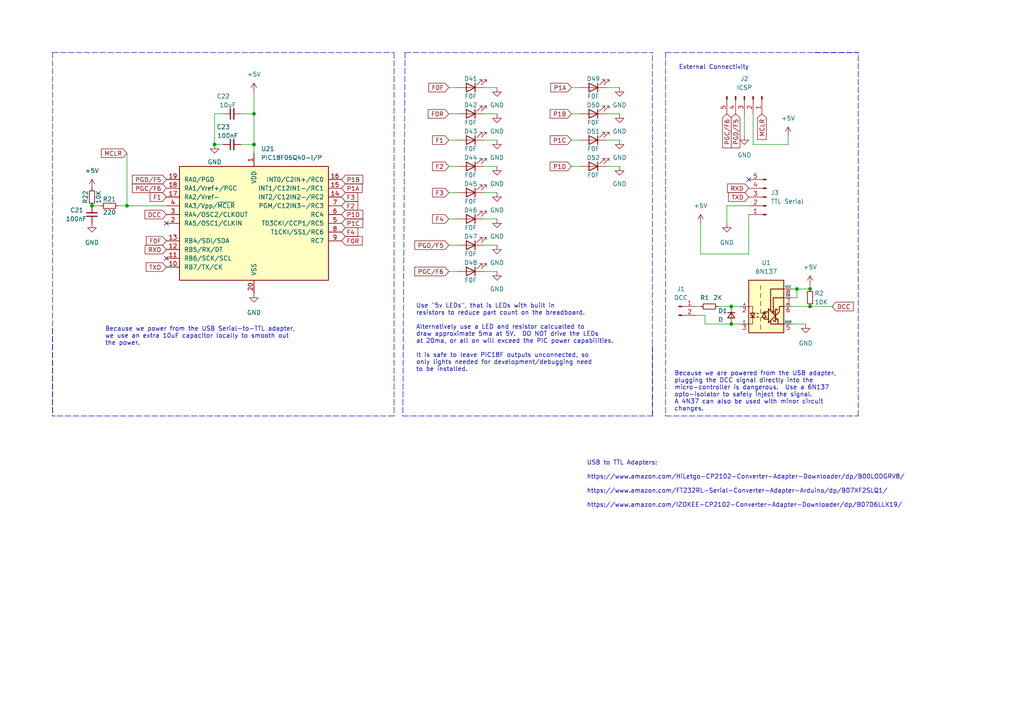
<source format=kicad_sch>
(kicad_sch (version 20211123) (generator eeschema)
  (paper "A4")
  (lib_symbols
    (symbol "Connector:Conn_01x02_Male" (pin_names (offset 1.016) hide)
      (property "Reference" "J" (at 0 2.54 0))
      (property "Value" "Conn_01x02_Male" (at 0 -5.08 0))
      (symbol "Conn_01x02_Male_1_1"
        (polyline (pts (xy 1.27 -2.54) (xy 0.8636 -2.54)) (stroke (width 0.1524)))
        (polyline (pts (xy 1.27 0) (xy 0.8636 0)) (stroke (width 0.1524)))
        (rectangle (start 0.8636 -2.413) (end 0 -2.667) (stroke (width 0.1524)) (fill (type outline)))
        (rectangle (start 0.8636 0.127) (end 0 -0.127) (stroke (width 0.1524)) (fill (type outline)))
        (pin passive line (at 5.08 0 180) (length 3.81) (name "Pin_1") (number "1"))
        (pin passive line (at 5.08 -2.54 180) (length 3.81) (name "Pin_2") (number "2"))
      )
    )
    (symbol "Connector:Conn_01x05_Male" (pin_names (offset 1.016) hide)
      (property "Reference" "J" (at 0 7.62 0))
      (property "Value" "Conn_01x05_Male" (at 0 -7.62 0))
      (symbol "Conn_01x05_Male_1_1"
        (polyline (pts (xy 1.27 -5.08) (xy 0.8636 -5.08)) (stroke (width 0.1524)))
        (polyline (pts (xy 1.27 -2.54) (xy 0.8636 -2.54)) (stroke (width 0.1524)))
        (polyline (pts (xy 1.27 0) (xy 0.8636 0)) (stroke (width 0.1524)))
        (polyline (pts (xy 1.27 2.54) (xy 0.8636 2.54)) (stroke (width 0.1524)))
        (polyline (pts (xy 1.27 5.08) (xy 0.8636 5.08)) (stroke (width 0.1524)))
        (rectangle (start 0.8636 -4.953) (end 0 -5.207) (stroke (width 0.1524)) (fill (type outline)))
        (rectangle (start 0.8636 -2.413) (end 0 -2.667) (stroke (width 0.1524)) (fill (type outline)))
        (rectangle (start 0.8636 0.127) (end 0 -0.127) (stroke (width 0.1524)) (fill (type outline)))
        (rectangle (start 0.8636 2.667) (end 0 2.413) (stroke (width 0.1524)) (fill (type outline)))
        (rectangle (start 0.8636 5.207) (end 0 4.953) (stroke (width 0.1524)) (fill (type outline)))
        (pin passive line (at 5.08 5.08 180) (length 3.81) (name "Pin_1") (number "1"))
        (pin passive line (at 5.08 2.54 180) (length 3.81) (name "Pin_2") (number "2"))
        (pin passive line (at 5.08 0 180) (length 3.81) (name "Pin_3") (number "3"))
        (pin passive line (at 5.08 -2.54 180) (length 3.81) (name "Pin_4") (number "4"))
        (pin passive line (at 5.08 -5.08 180) (length 3.81) (name "Pin_5") (number "5"))
      )
    )
    (symbol "DCC Project Symbols:PIC18F06Q40-x{slash}SS" (pin_names (offset 1.27))
      (property "Reference" "U" (at -20.32 17.78 0))
      (property "Value" "PIC18F06Q40-x{slash}SS" (at 24.13 -17.78 0))
      (symbol "PIC18F06Q40-x{slash}SS_0_1"
        (rectangle (start -21.59 16.51) (end 21.59 -16.51) (stroke (width 0.254)) (fill (type background)))
      )
      (symbol "PIC18F06Q40-x{slash}SS_1_1"
        (pin power_in line (at 0 20.32 270) (length 3.81) (name "VDD") (number "1"))
        (pin bidirectional line (at -25.4 -12.7 0) (length 3.81) (name "RB7/TX/CK") (number "10"))
        (pin bidirectional line (at -25.4 -10.16 0) (length 3.81) (name "RB6/SCK/SCL") (number "11"))
        (pin bidirectional line (at -25.4 -7.62 0) (length 3.81) (name "RB5/RX/DT") (number "12"))
        (pin bidirectional line (at -25.4 -5.08 0) (length 3.81) (name "RB4/SDI/SDA") (number "13"))
        (pin bidirectional line (at 25.4 7.62 180) (length 3.81) (name "INT2/C12IN2-/RC2") (number "14"))
        (pin bidirectional line (at 25.4 10.16 180) (length 3.81) (name "INT1/C12IN1-/RC1") (number "15"))
        (pin bidirectional line (at 25.4 12.7 180) (length 3.81) (name "INT0/C2IN+/RC0") (number "16"))
        (pin input line (at -25.4 7.62 0) (length 3.81) (name "RA2/Vref-") (number "17"))
        (pin bidirectional line (at -25.4 10.16 0) (length 3.81) (name "RA1/Vref+/PGC") (number "18"))
        (pin bidirectional line (at -25.4 12.7 0) (length 3.81) (name "RA0/PGD") (number "19"))
        (pin bidirectional line (at -25.4 0 0) (length 3.81) (name "RA5/OSC1/CLKIN") (number "2"))
        (pin power_in line (at 0 -20.32 90) (length 3.81) (name "VSS") (number "20"))
        (pin bidirectional line (at -25.4 2.54 0) (length 3.81) (name "RA4/OSC2/CLKOUT") (number "3"))
        (pin bidirectional line (at -25.4 5.08 0) (length 3.81) (name "RA3/Vpp/~{MCLR}") (number "4"))
        (pin bidirectional line (at 25.4 0 180) (length 3.81) (name "T03CKI/CCP1/RC5") (number "5"))
        (pin bidirectional line (at 25.4 2.54 180) (length 3.81) (name "RC4") (number "6"))
        (pin bidirectional line (at 25.4 5.08 180) (length 3.81) (name "PGM/C12IN3-/RC3") (number "7"))
        (pin bidirectional line (at 25.4 -2.54 180) (length 3.81) (name "T1CKI/SS1/RC6") (number "8"))
        (pin bidirectional line (at 25.4 -5.08 180) (length 3.81) (name "RC7") (number "9"))
      )
    )
    (symbol "Device:C_Small" (pin_numbers hide) (pin_names (offset 0.254) hide)
      (property "Reference" "C" (at 0.254 1.778 0))
      (property "Value" "C_Small" (at 0.254 -2.032 0))
      (symbol "C_Small_0_1"
        (polyline (pts (xy -1.524 -0.508) (xy 1.524 -0.508)) (stroke (width 0.3302)))
        (polyline (pts (xy -1.524 0.508) (xy 1.524 0.508)) (stroke (width 0.3048)))
      )
      (symbol "C_Small_1_1"
        (pin passive line (at 0 2.54 270) (length 2.032) (name "~") (number "1"))
        (pin passive line (at 0 -2.54 90) (length 2.032) (name "~") (number "2"))
      )
    )
    (symbol "Device:D_Small" (pin_numbers hide) (pin_names (offset 0.254) hide)
      (property "Reference" "D" (at -1.27 2.032 0))
      (property "Value" "D_Small" (at -3.81 -2.032 0))
      (symbol "D_Small_0_1"
        (polyline (pts (xy -0.762 -1.016) (xy -0.762 1.016)) (stroke (width 0.254)))
        (polyline (pts (xy -0.762 0) (xy 0.762 0)))
        (polyline (pts (xy 0.762 -1.016) (xy -0.762 0) (xy 0.762 1.016) (xy 0.762 -1.016)) (stroke (width 0.254)))
      )
      (symbol "D_Small_1_1"
        (pin passive line (at -2.54 0 0) (length 1.778) (name "K") (number "1"))
        (pin passive line (at 2.54 0 180) (length 1.778) (name "A") (number "2"))
      )
    )
    (symbol "Device:LED" (pin_numbers hide) (pin_names (offset 1.016) hide)
      (property "Reference" "D" (at 0 2.54 0))
      (property "Value" "LED" (at 0 -2.54 0))
      (symbol "LED_0_1"
        (polyline (pts (xy -1.27 -1.27) (xy -1.27 1.27)) (stroke (width 0.254)))
        (polyline (pts (xy -1.27 0) (xy 1.27 0)))
        (polyline (pts (xy 1.27 -1.27) (xy 1.27 1.27) (xy -1.27 0) (xy 1.27 -1.27)) (stroke (width 0.254)))
        (polyline (pts (xy -3.048 -0.762) (xy -4.572 -2.286) (xy -3.81 -2.286) (xy -4.572 -2.286) (xy -4.572 -1.524)))
        (polyline (pts (xy -1.778 -0.762) (xy -3.302 -2.286) (xy -2.54 -2.286) (xy -3.302 -2.286) (xy -3.302 -1.524)))
      )
      (symbol "LED_1_1"
        (pin passive line (at -3.81 0 0) (length 2.54) (name "K") (number "1"))
        (pin passive line (at 3.81 0 180) (length 2.54) (name "A") (number "2"))
      )
    )
    (symbol "Device:R_Small" (pin_numbers hide) (pin_names (offset 0.254) hide)
      (property "Reference" "R" (at 0.762 0.508 0))
      (property "Value" "R_Small" (at 0.762 -1.016 0))
      (symbol "R_Small_0_1"
        (rectangle (start -0.762 1.778) (end 0.762 -1.778) (stroke (width 0.2032)))
      )
      (symbol "R_Small_1_1"
        (pin passive line (at 0 2.54 270) (length 0.762) (name "~") (number "1"))
        (pin passive line (at 0 -2.54 90) (length 0.762) (name "~") (number "2"))
      )
    )
    (symbol "Isolator:6N137" (pin_names (offset 0))
      (property "Reference" "U" (at -4.064 8.89 0))
      (property "Value" "6N137" (at 0 -8.89 0))
      (symbol "6N137_0_1"
        (polyline (pts (xy 2.667 -3.556) (xy 2.667 -1.651)) (stroke (width 0.254)))
        (polyline (pts (xy 2.667 -2.159) (xy 2.667 -2.921)) (stroke (width 0.254)))
        (polyline (pts (xy 3.429 -3.937) (xy 3.429 -5.08)) (stroke (width 0.254)))
        (polyline (pts (xy -0.635 -3.302) (xy -0.635 -3.683) (xy 0.635 -3.683)) (stroke (width 0.254)))
        (polyline (pts (xy -0.635 -1.905) (xy -0.635 -1.524) (xy 0.508 -1.524)) (stroke (width 0.254)))
        (polyline (pts (xy 1.27 -4.064) (xy 1.27 -5.08) (xy 5.08 -5.08)) (stroke (width 0.254)))
        (polyline (pts (xy 1.27 -1.27) (xy 1.27 5.08) (xy 5.08 5.08)) (stroke (width 0.254)))
        (polyline (pts (xy 2.032 -1.27) (xy 2.032 2.54) (xy 5.08 2.54)) (stroke (width 0.254)))
        (polyline (pts (xy -5.08 -5.08) (xy -3.937 -5.08) (xy -3.937 0) (xy -5.08 0)))
        (polyline (pts (xy 2.667 -3.302) (xy 2.667 -4.318) (xy 2.159 -4.318) (xy 2.159 -3.937)) (stroke (width 0.254)))
        (polyline (pts (xy 2.667 -2.667) (xy 0.635 -4.699) (xy 0.635 -0.635) (xy 2.667 -2.667)) (stroke (width 0.254)))
        (polyline (pts (xy 2.667 -1.778) (xy 2.667 -0.762) (xy 3.175 -0.762) (xy 3.175 -1.143)) (stroke (width 0.254)))
        (polyline (pts (xy 2.794 -2.54) (xy 3.81 -1.524) (xy 3.81 0) (xy 5.08 0)) (stroke (width 0.254)))
        (polyline (pts (xy 2.667 -3.175) (xy 3.429 -3.937) (xy 3.302 -3.556) (xy 3.048 -3.81) (xy 3.429 -3.937)) (stroke (width 0.254)))
        (circle (center 2.032 -1.524) (radius 0.254) (stroke (width 0.254)))
      )
      (symbol "6N137_1_1"
        (rectangle (start -5.08 7.62) (end 5.08 -7.62) (stroke (width 0.254)) (fill (type background)))
        (polyline (pts (xy -4.572 -3.175) (xy -3.302 -3.175)) (stroke (width 0.254)))
        (polyline (pts (xy -1.651 -5.334) (xy -1.651 -6.604)))
        (polyline (pts (xy -1.651 -3.048) (xy -1.651 -4.318)))
        (polyline (pts (xy -1.651 -0.762) (xy -1.651 -2.032)))
        (polyline (pts (xy -1.651 1.524) (xy -1.651 0.254)))
        (polyline (pts (xy -1.651 3.81) (xy -1.651 2.54)))
        (polyline (pts (xy -1.651 6.096) (xy -1.651 4.826)))
        (polyline (pts (xy -1.27 -1.905) (xy 0 -1.905)) (stroke (width 0.254)))
        (polyline (pts (xy -3.937 -3.175) (xy -4.572 -1.905) (xy -3.302 -1.905) (xy -3.937 -3.175)) (stroke (width 0.254)))
        (polyline (pts (xy -0.635 -1.905) (xy -1.27 -3.175) (xy 0 -3.175) (xy -0.635 -1.905)) (stroke (width 0.254)))
        (polyline (pts (xy -2.921 -3.048) (xy -2.159 -3.048) (xy -2.54 -3.175) (xy -2.54 -2.921) (xy -2.159 -3.048)) (stroke (width 0.127)))
        (polyline (pts (xy -2.921 -2.032) (xy -2.159 -2.032) (xy -2.54 -2.159) (xy -2.54 -1.905) (xy -2.159 -2.032)) (stroke (width 0.127)))
        (pin no_connect line (at -5.08 5.08 0) (length 2.54) hide (name "NC") (number "1"))
        (pin passive line (at -7.62 0 0) (length 2.54) (name "A") (number "2"))
        (pin passive line (at -7.62 -5.08 0) (length 2.54) (name "C") (number "3"))
        (pin power_in line (at 7.62 -5.08 180) (length 2.54) (name "GND") (number "5"))
        (pin open_collector line (at 7.62 0 180) (length 2.54) (name "VO") (number "6"))
        (pin input line (at 7.62 2.54 180) (length 2.54) (name "EN") (number "7"))
        (pin power_in line (at 7.62 5.08 180) (length 2.54) (name "VCC") (number "8"))
      )
    )
    (symbol "power:+5V" (power) (pin_names (offset 0))
      (property "Value" "+5V" (at 0 3.556 0))
      (symbol "+5V_0_1"
        (polyline (pts (xy -0.762 1.27) (xy 0 2.54)))
        (polyline (pts (xy 0 0) (xy 0 2.54)))
        (polyline (pts (xy 0 2.54) (xy 0.762 1.27)))
      )
      (symbol "+5V_1_1"
        (pin power_in line (at 0 0 90) (length 0) hide (name "+5V") (number "1"))
      )
    )
    (symbol "power:GND" (power) (pin_names (offset 0))
      (property "Value" "GND" (at 0 -3.81 0))
      (symbol "GND_0_1"
        (polyline (pts (xy 0 0) (xy 0 -1.27) (xy 1.27 -1.27) (xy 0 -2.54) (xy -1.27 -1.27) (xy 0 -1.27)))
      )
      (symbol "GND_1_1"
        (pin power_in line (at 0 0 270) (length 0) hide (name "GND") (number "1"))
      )
    )
  )
  (junction (at 36.83 59.69))
  (junction (at 234.95 83.82))
  (junction (at 73.66 41.91))
  (junction (at 73.66 33.02))
  (junction (at 212.09 88.9))
  (junction (at 231.14 83.82))
  (junction (at 212.09 93.98))
  (junction (at 62.23 41.91))
  (junction (at 234.95 88.9))
  (junction (at 26.67 59.69))
  (no_connect (at 48.26 64.77))
  (no_connect (at 48.26 74.93))
  (no_connect (at 217.17 52.07))
  (wire (pts (xy 140.335 55.88) (xy 144.145 55.88)))
  (wire (pts (xy 165.735 48.26) (xy 168.275 48.26)))
  (wire (pts (xy 62.23 41.91) (xy 64.77 41.91)))
  (wire (pts (xy 175.895 40.64) (xy 179.705 40.64)))
  (wire (pts (xy 165.735 25.4) (xy 168.275 25.4)))
  (wire (pts (xy 217.17 73.66) (xy 203.2 73.66)))
  (wire (pts (xy 130.175 40.64) (xy 132.715 40.64)))
  (wire (pts (xy 130.175 48.26) (xy 132.715 48.26)))
  (wire (pts (xy 36.83 59.69) (xy 48.26 59.69)))
  (wire (pts (xy 204.47 93.98) (xy 204.47 91.44)))
  (wire (pts (xy 210.82 59.69) (xy 210.82 64.77)))
  (wire (pts (xy 140.335 48.26) (xy 144.145 48.26)))
  (wire (pts (xy 130.175 55.88) (xy 132.715 55.88)))
  (wire (pts (xy 140.335 40.64) (xy 144.145 40.64)))
  (wire (pts (xy 218.44 41.91) (xy 228.6 41.91)))
  (wire (pts (xy 203.2 64.77) (xy 203.2 73.66)))
  (polyline (pts (xy 193.04 15.24) (xy 248.92 15.24)))
  (wire (pts (xy 218.44 33.02) (xy 218.44 41.91)))
  (wire (pts (xy 73.66 33.02) (xy 73.66 41.91)))
  (wire (pts (xy 212.09 93.98) (xy 204.47 93.98)))
  (wire (pts (xy 212.09 88.9) (xy 214.63 88.9)))
  (polyline (pts (xy 248.92 120.65) (xy 248.92 15.24)))
  (wire (pts (xy 229.87 93.98) (xy 233.68 93.98)))
  (wire (pts (xy 231.14 83.82) (xy 234.95 83.82)))
  (polyline (pts (xy 193.04 15.24) (xy 193.04 120.65)))
  (wire (pts (xy 26.67 59.69) (xy 29.21 59.69)))
  (polyline (pts (xy 193.04 120.65) (xy 248.92 120.65)))
  (wire (pts (xy 140.335 78.74) (xy 144.145 78.74)))
  (wire (pts (xy 229.87 86.36) (xy 231.14 86.36)))
  (wire (pts (xy 73.66 33.02) (xy 69.85 33.02)))
  (wire (pts (xy 229.87 83.82) (xy 231.14 83.82)))
  (wire (pts (xy 175.895 33.02) (xy 179.705 33.02)))
  (polyline (pts (xy 117.475 15.24) (xy 116.84 120.65)))
  (polyline (pts (xy 117.475 15.24) (xy 189.23 15.24)))
  (wire (pts (xy 204.47 91.44) (xy 201.93 91.44)))
  (wire (pts (xy 217.17 59.69) (xy 210.82 59.69)))
  (wire (pts (xy 140.335 71.12) (xy 144.145 71.12)))
  (polyline (pts (xy 15.24 95.25) (xy 15.24 120.65)))
  (wire (pts (xy 73.66 41.91) (xy 73.66 44.45)))
  (wire (pts (xy 229.87 88.9) (xy 234.95 88.9)))
  (wire (pts (xy 130.175 33.02) (xy 132.715 33.02)))
  (wire (pts (xy 165.735 33.02) (xy 168.275 33.02)))
  (wire (pts (xy 69.85 41.91) (xy 73.66 41.91)))
  (wire (pts (xy 34.29 59.69) (xy 36.83 59.69)))
  (wire (pts (xy 140.335 33.02) (xy 144.145 33.02)))
  (polyline (pts (xy 236.22 15.24) (xy 248.92 15.24)))
  (wire (pts (xy 62.23 33.02) (xy 62.23 41.91)))
  (wire (pts (xy 175.895 25.4) (xy 179.705 25.4)))
  (wire (pts (xy 130.175 25.4) (xy 132.715 25.4)))
  (wire (pts (xy 234.95 82.55) (xy 234.95 83.82)))
  (polyline (pts (xy 189.23 100.33) (xy 189.23 120.65)))
  (wire (pts (xy 234.95 88.9) (xy 241.3 88.9)))
  (wire (pts (xy 64.77 33.02) (xy 62.23 33.02)))
  (wire (pts (xy 231.14 86.36) (xy 231.14 83.82)))
  (polyline (pts (xy 116.84 120.65) (xy 189.865 120.65)))
  (wire (pts (xy 130.175 63.5) (xy 132.715 63.5)))
  (wire (pts (xy 208.28 88.9) (xy 212.09 88.9)))
  (wire (pts (xy 165.735 40.64) (xy 168.275 40.64)))
  (polyline (pts (xy 189.23 120.65) (xy 189.23 15.24)))
  (wire (pts (xy 140.335 25.4) (xy 144.145 25.4)))
  (wire (pts (xy 73.66 26.67) (xy 73.66 33.02)))
  (polyline (pts (xy 114.3 120.65) (xy 15.24 120.65)))
  (polyline (pts (xy 15.24 15.24) (xy 15.24 120.65)))
  (wire (pts (xy 175.895 48.26) (xy 179.705 48.26)))
  (wire (pts (xy 212.09 93.98) (xy 214.63 93.98)))
  (wire (pts (xy 140.335 63.5) (xy 144.145 63.5)))
  (wire (pts (xy 201.93 88.9) (xy 203.2 88.9)))
  (wire (pts (xy 215.9 33.02) (xy 215.9 39.37)))
  (wire (pts (xy 217.17 62.23) (xy 217.17 73.66)))
  (wire (pts (xy 130.175 78.74) (xy 132.715 78.74)))
  (wire (pts (xy 36.83 44.45) (xy 36.83 59.69)))
  (wire (pts (xy 228.6 41.91) (xy 228.6 39.37)))
  (polyline (pts (xy 15.24 15.24) (xy 114.3 15.24)))
  (wire (pts (xy 130.175 71.12) (xy 132.715 71.12)))
  (polyline (pts (xy 114.3 15.24) (xy 114.3 120.65)))
  (text "Because we power from the USB Serial-to-TTL adapter,\nwe use an extra 10uF capacitor locally to smooth out\nthe power." (at 30.48 100.33 0) (effects (font (size 1.27 1.27)) (justify left bottom)))
  (text "External Connectivity" (at 196.85 20.32 0) (effects (font (size 1.27 1.27)) (justify left bottom)))
  (text "Use \"5v LEDs\", that is LEDs with built in\nresistors to reduce part count on the breadboard.\n\nAlternatively use a LED and resistor calcualted to\ndraw approximate 5ma at 5V.  DO NOT drive the LEDs \nat 20ma, or all on will exceed the PIC power capabilities.\n\nIt is safe to leave PIC18F outputs unconnected, so\nonly lights needed for development/debugging need\nto be installed." (at 120.65 107.95 0) (effects (font (size 1.27 1.27)) (justify left bottom)))
  (text "Because we are powered from the USB adapter,\nplugging the DCC signal directly into the\nmicro-controller is dangerous.  Use a 6N137\nopto-isolator to safely inject the signal.\nA 4N37 can also be used with minor circuit\nchanges." (at 195.58 119.38 0) (effects (font (size 1.27 1.27)) (justify left bottom)))
  (text "USB to TTL Adapters:\n\nhttps://www.amazon.com/HiLetgo-CP2102-Converter-Adapter-Downloader/dp/B00LODGRV8/\n\nhttps://www.amazon.com/FT232RL-Serial-Converter-Adapter-Arduino/dp/B07XF2SLQ1/\n\nhttps://www.amazon.com/IZOKEE-CP2102-Converter-Adapter-Downloader/dp/B07D6LLX19/" (at 170.18 147.32 0) (effects (font (size 1.27 1.27)) (justify left bottom)))
  (global_label "F2" (shape input) (at 130.175 48.26 180) (property "Intersheet References" "${INTERSHEET_REFS}" (effects hide)))
  (global_label "PGD{slash}F5" (shape input) (at 48.26 52.07 180) (property "Intersheet References" "${INTERSHEET_REFS}" (effects hide)))
  (global_label "P1A" (shape input) (at 99.06 54.61 0) (property "Intersheet References" "${INTERSHEET_REFS}" (effects hide)))
  (global_label "MCLR" (shape input) (at 36.83 44.45 180) (property "Intersheet References" "${INTERSHEET_REFS}" (effects hide)))
  (global_label "MCLR" (shape input) (at 220.98 33.02 270) (property "Intersheet References" "${INTERSHEET_REFS}" (effects hide)))
  (global_label "DCC" (shape input) (at 241.3 88.9 0) (property "Intersheet References" "${INTERSHEET_REFS}" (effects hide)))
  (global_label "P1C" (shape input) (at 165.735 40.64 180) (property "Intersheet References" "${INTERSHEET_REFS}" (effects hide)))
  (global_label "P1B" (shape input) (at 99.06 52.07 0) (property "Intersheet References" "${INTERSHEET_REFS}" (effects hide)))
  (global_label "F1" (shape input) (at 130.175 40.64 180) (property "Intersheet References" "${INTERSHEET_REFS}" (effects hide)))
  (global_label "F4" (shape input) (at 130.175 63.5 180) (property "Intersheet References" "${INTERSHEET_REFS}" (effects hide)))
  (global_label "F0R" (shape input) (at 130.175 33.02 180) (property "Intersheet References" "${INTERSHEET_REFS}" (effects hide)))
  (global_label "P1D" (shape input) (at 99.06 62.23 0) (property "Intersheet References" "${INTERSHEET_REFS}" (effects hide)))
  (global_label "PGD{slash}F5" (shape input) (at 213.36 33.02 270) (property "Intersheet References" "${INTERSHEET_REFS}" (effects hide)))
  (global_label "RXD" (shape input) (at 48.26 72.39 180) (property "Intersheet References" "${INTERSHEET_REFS}" (effects hide)))
  (global_label "F0R" (shape input) (at 99.06 69.85 0) (property "Intersheet References" "${INTERSHEET_REFS}" (effects hide)))
  (global_label "TXD" (shape input) (at 217.17 57.15 180) (property "Intersheet References" "${INTERSHEET_REFS}" (effects hide)))
  (global_label "F0F" (shape input) (at 48.26 69.85 180) (property "Intersheet References" "${INTERSHEET_REFS}" (effects hide)))
  (global_label "F2" (shape input) (at 99.06 59.69 0) (property "Intersheet References" "${INTERSHEET_REFS}" (effects hide)))
  (global_label "PGC{slash}F6" (shape input) (at 130.175 78.74 180) (property "Intersheet References" "${INTERSHEET_REFS}" (effects hide)))
  (global_label "PGC{slash}F6" (shape input) (at 48.26 54.61 180) (property "Intersheet References" "${INTERSHEET_REFS}" (effects hide)))
  (global_label "F3" (shape input) (at 130.175 55.88 180) (property "Intersheet References" "${INTERSHEET_REFS}" (effects hide)))
  (global_label "PGD{slash}F5" (shape input) (at 130.175 71.12 180) (property "Intersheet References" "${INTERSHEET_REFS}" (effects hide)))
  (global_label "P1D" (shape input) (at 165.735 48.26 180) (property "Intersheet References" "${INTERSHEET_REFS}" (effects hide)))
  (global_label "RXD" (shape input) (at 217.17 54.61 180) (property "Intersheet References" "${INTERSHEET_REFS}" (effects hide)))
  (global_label "F4" (shape input) (at 99.06 67.31 0) (property "Intersheet References" "${INTERSHEET_REFS}" (effects hide)))
  (global_label "F0F" (shape input) (at 130.175 25.4 180) (property "Intersheet References" "${INTERSHEET_REFS}" (effects hide)))
  (global_label "P1C" (shape input) (at 99.06 64.77 0) (property "Intersheet References" "${INTERSHEET_REFS}" (effects hide)))
  (global_label "F1" (shape input) (at 48.26 57.15 180) (property "Intersheet References" "${INTERSHEET_REFS}" (effects hide)))
  (global_label "F3" (shape input) (at 99.06 57.15 0) (property "Intersheet References" "${INTERSHEET_REFS}" (effects hide)))
  (global_label "PGC{slash}F6" (shape input) (at 210.82 33.02 270) (property "Intersheet References" "${INTERSHEET_REFS}" (effects hide)))
  (global_label "P1A" (shape input) (at 165.735 25.4 180) (property "Intersheet References" "${INTERSHEET_REFS}" (effects hide)))
  (global_label "P1B" (shape input) (at 165.735 33.02 180) (property "Intersheet References" "${INTERSHEET_REFS}" (effects hide)))
  (global_label "DCC" (shape input) (at 48.26 62.23 180) (property "Intersheet References" "${INTERSHEET_REFS}" (effects hide)))
  (global_label "TXD" (shape input) (at 48.26 77.47 180) (property "Intersheet References" "${INTERSHEET_REFS}" (effects hide)))
  (symbol (lib_id "power:GND") (at 144.145 40.64 0) (unit 1)
    (property "Reference" "#PWR043" (effects hide))
    (property "Value" "GND" (at 144.145 45.72 0))
  )
  (symbol (lib_id "power:GND") (at 179.705 48.26 0) (unit 1)
    (property "Reference" "#PWR052" (effects hide))
    (property "Value" "GND" (at 179.705 53.34 0))
  )
  (symbol (lib_id "Device:C_Small") (at 26.67 62.23 180) (unit 1)
    (property "Reference" "C21" (at 20.32 60.96 0) (effects (justify right)))
    (property "Value" "100nF" (at 19.05 63.5 0) (effects (justify right)))
    (property "Footprint" "Capacitor_THT:C_Disc_D3.0mm_W1.6mm_P2.50mm" (effects hide))
    (property "Specification" "0402 50V 100nF X7R 10%" (effects hide))
  )
  (symbol (lib_id "Device:D_Small") (at 212.09 91.44 270) (unit 1)
    (property "Reference" "D1" (at 208.28 90.17 90) (effects (justify left)))
    (property "Value" "D" (at 208.28 92.71 90) (effects (justify left)))
    (property "Footprint" "Diode_THT:D_T-1_P5.08mm_Horizontal" (effects hide))
  )
  (symbol (lib_id "power:GND") (at 144.145 71.12 0) (unit 1)
    (property "Reference" "#PWR047" (effects hide))
    (property "Value" "GND" (at 144.145 76.2 0))
  )
  (symbol (lib_id "power:GND") (at 210.82 64.77 0) (unit 1)
    (property "Reference" "#PWR02" (effects hide))
    (property "Value" "GND" (at 210.82 70.358 0))
  )
  (symbol (lib_id "DCC Project Symbols:PIC18F06Q40-x{slash}SS") (at 73.66 64.77 0) (unit 1)
    (property "Reference" "U21" (at 75.6794 43.18 0) (effects (justify left)))
    (property "Value" "PIC18F06Q40-I/P" (at 75.6794 45.72 0) (effects (justify left)))
    (property "Footprint" "Package_DIP:DIP-20_W7.62mm" (effects hide))
    (property "Datasheet" "https://ww1.microchip.com/downloads/aemDocuments/documents/MCU08/ProductDocuments/DataSheets/PIC18F06-16Q40-Data-Sheet-40002216D.pdf" (effects hide))
  )
  (symbol (lib_id "power:GND") (at 73.66 85.09 0) (unit 1)
    (property "Reference" "#PWR026" (effects hide))
    (property "Value" "GND" (at 73.66 90.678 0))
  )
  (symbol (lib_id "power:GND") (at 215.9 39.37 0) (unit 1)
    (property "Reference" "#PWR03" (effects hide))
    (property "Value" "GND" (at 215.9 44.958 0))
  )
  (symbol (lib_id "power:GND") (at 62.23 41.91 0) (unit 1)
    (property "Reference" "#PWR024" (effects hide))
    (property "Value" "GND" (at 62.23 46.99 0))
  )
  (symbol (lib_id "Device:LED") (at 172.085 40.64 180) (unit 1)
    (property "Reference" "D51" (at 172.085 38.1 0))
    (property "Value" "F0F" (at 172.085 43.18 0))
    (property "Footprint" "LED_THT:LED_D3.0mm" (effects hide))
    (property "Datasheet" "https://datasheet.lcsc.com/lcsc/2106081833_baizou-BZ-C0805-C2-E1_C2833063.p df" (effects hide))
    (property "Specification" "0805, Bright White, 25ma, Vf 2.9v" (effects hide))
  )
  (symbol (lib_id "Device:LED") (at 172.085 33.02 180) (unit 1)
    (property "Reference" "D50" (at 172.085 30.48 0))
    (property "Value" "F0F" (at 172.085 35.56 0))
    (property "Footprint" "LED_THT:LED_D3.0mm" (effects hide))
    (property "Datasheet" "https://datasheet.lcsc.com/lcsc/2106081833_baizou-BZ-C0805-C2-E1_C2833063.p df" (effects hide))
    (property "Specification" "0805, Bright White, 25ma, Vf 2.9v" (effects hide))
  )
  (symbol (lib_id "power:+5V") (at 234.95 82.55 0) (unit 1)
    (property "Reference" "#PWR06" (effects hide))
    (property "Value" "+5V" (at 234.95 77.47 0))
  )
  (symbol (lib_id "Device:LED") (at 136.525 78.74 180) (unit 1)
    (property "Reference" "D48" (at 136.525 76.2 0))
    (property "Value" "F0F" (at 136.525 81.28 0))
    (property "Footprint" "LED_THT:LED_D3.0mm" (effects hide))
    (property "Datasheet" "https://datasheet.lcsc.com/lcsc/2106081833_baizou-BZ-C0805-C2-E1_C2833063.p df" (effects hide))
    (property "Specification" "0805, Bright White, 25ma, Vf 2.9v" (effects hide))
  )
  (symbol (lib_id "Device:LED") (at 136.525 40.64 180) (unit 1)
    (property "Reference" "D43" (at 136.525 38.1 0))
    (property "Value" "F0F" (at 136.525 43.18 0))
    (property "Footprint" "LED_THT:LED_D3.0mm" (effects hide))
    (property "Datasheet" "https://datasheet.lcsc.com/lcsc/2106081833_baizou-BZ-C0805-C2-E1_C2833063.p df" (effects hide))
    (property "Specification" "0805, Bright White, 25ma, Vf 2.9v" (effects hide))
  )
  (symbol (lib_id "Device:LED") (at 136.525 71.12 180) (unit 1)
    (property "Reference" "D47" (at 136.525 68.58 0))
    (property "Value" "F0F" (at 136.525 73.66 0))
    (property "Footprint" "LED_THT:LED_D3.0mm" (effects hide))
    (property "Datasheet" "https://datasheet.lcsc.com/lcsc/2106081833_baizou-BZ-C0805-C2-E1_C2833063.p df" (effects hide))
    (property "Specification" "0805, Bright White, 25ma, Vf 2.9v" (effects hide))
  )
  (symbol (lib_id "power:GND") (at 144.145 25.4 0) (unit 1)
    (property "Reference" "#PWR041" (effects hide))
    (property "Value" "GND" (at 144.145 30.48 0))
  )
  (symbol (lib_id "power:+5V") (at 228.6 39.37 0) (unit 1)
    (property "Reference" "#PWR04" (effects hide))
    (property "Value" "+5V" (at 228.6 34.29 0))
  )
  (symbol (lib_id "Device:LED") (at 172.085 25.4 180) (unit 1)
    (property "Reference" "D49" (at 172.085 22.86 0))
    (property "Value" "F0F" (at 172.085 27.94 0))
    (property "Footprint" "LED_THT:LED_D3.0mm" (effects hide))
    (property "Datasheet" "https://datasheet.lcsc.com/lcsc/2106081833_baizou-BZ-C0805-C2-E1_C2833063.p df" (effects hide))
    (property "Specification" "0805, Bright White, 25ma, Vf 2.9v" (effects hide))
  )
  (symbol (lib_id "power:GND") (at 144.145 63.5 0) (unit 1)
    (property "Reference" "#PWR046" (effects hide))
    (property "Value" "GND" (at 144.145 68.58 0))
  )
  (symbol (lib_id "Device:LED") (at 136.525 25.4 180) (unit 1)
    (property "Reference" "D41" (at 136.525 22.86 0))
    (property "Value" "F0F" (at 136.525 27.94 0))
    (property "Footprint" "LED_THT:LED_D3.0mm" (effects hide))
    (property "Datasheet" "https://datasheet.lcsc.com/lcsc/2106081833_baizou-BZ-C0805-C2-E1_C2833063.p df" (effects hide))
    (property "Specification" "0805, Bright White, 25ma, Vf 2.9v" (effects hide))
  )
  (symbol (lib_id "power:GND") (at 179.705 33.02 0) (unit 1)
    (property "Reference" "#PWR050" (effects hide))
    (property "Value" "GND" (at 179.705 38.1 0))
  )
  (symbol (lib_id "power:GND") (at 144.145 78.74 0) (unit 1)
    (property "Reference" "#PWR048" (effects hide))
    (property "Value" "GND" (at 144.145 83.82 0))
  )
  (symbol (lib_id "Connector:Conn_01x05_Male") (at 222.25 57.15 180) (unit 1)
    (property "Reference" "J3" (at 223.52 55.8799 0) (effects (justify right)))
    (property "Value" "TTL Serial" (at 223.52 58.4199 0) (effects (justify right)))
    (property "Footprint" "Connector_PinSocket_2.54mm:PinSocket_1x05_P2.54mm_Vertical" (effects hide))
    (property "Datasheet" "Generic Passive" (effects hide))
    (property "Specification" "5 position 2.54mm pin header" (effects hide))
  )
  (symbol (lib_id "Device:LED") (at 136.525 63.5 180) (unit 1)
    (property "Reference" "D46" (at 136.525 60.96 0))
    (property "Value" "F0F" (at 136.525 66.04 0))
    (property "Footprint" "LED_THT:LED_D3.0mm" (effects hide))
    (property "Datasheet" "https://datasheet.lcsc.com/lcsc/2106081833_baizou-BZ-C0805-C2-E1_C2833063.p df" (effects hide))
    (property "Specification" "0805, Bright White, 25ma, Vf 2.9v" (effects hide))
  )
  (symbol (lib_id "Device:LED") (at 136.525 55.88 180) (unit 1)
    (property "Reference" "D45" (at 136.525 53.34 0))
    (property "Value" "F0F" (at 136.525 58.42 0))
    (property "Footprint" "LED_THT:LED_D3.0mm" (effects hide))
    (property "Datasheet" "https://datasheet.lcsc.com/lcsc/2106081833_baizou-BZ-C0805-C2-E1_C2833063.p df" (effects hide))
    (property "Specification" "0805, Bright White, 25ma, Vf 2.9v" (effects hide))
  )
  (symbol (lib_id "Device:R_Small") (at 26.67 57.15 0) (mirror y) (unit 1)
    (property "Reference" "R22" (at 24.765 57.15 90))
    (property "Value" "10K" (at 28.575 57.15 90))
    (property "Footprint" "Resistor_SMD:R_0402_1005Metric" (effects hide))
    (property "Datasheet" "Generic Passive" (effects hide))
    (property "Specification" "0402 10K Ω 1% 1/8W" (effects hide))
  )
  (symbol (lib_id "power:GND") (at 233.68 93.98 0) (unit 1)
    (property "Reference" "#PWR05" (effects hide))
    (property "Value" "GND" (at 233.68 99.568 0))
  )
  (symbol (lib_id "power:GND") (at 144.145 33.02 0) (unit 1)
    (property "Reference" "#PWR042" (effects hide))
    (property "Value" "GND" (at 144.145 38.1 0))
  )
  (symbol (lib_id "Connector:Conn_01x02_Male") (at 196.85 88.9 0) (unit 1)
    (property "Reference" "J1" (at 197.485 83.82 0))
    (property "Value" "DCC" (at 197.485 86.36 0))
    (property "Footprint" "Connector_PinHeader_2.54mm:PinHeader_1x02_P2.54mm_Vertical" (effects hide))
  )
  (symbol (lib_id "power:GND") (at 26.67 64.77 0) (unit 1)
    (property "Reference" "#PWR023" (effects hide))
    (property "Value" "GND" (at 26.67 70.358 0))
  )
  (symbol (lib_id "Device:C_Small") (at 67.31 41.91 90) (unit 1)
    (property "Reference" "C23" (at 64.77 36.83 90))
    (property "Value" "100nF" (at 66.04 39.37 90))
    (property "Footprint" "Capacitor_THT:C_Disc_D3.0mm_W1.6mm_P2.50mm" (effects hide))
    (property "Specification" "0402 50V 100nF X7R 10%" (effects hide))
  )
  (symbol (lib_id "Device:LED") (at 172.085 48.26 180) (unit 1)
    (property "Reference" "D52" (at 172.085 45.72 0))
    (property "Value" "F0F" (at 172.085 50.8 0))
    (property "Footprint" "LED_THT:LED_D3.0mm" (effects hide))
    (property "Datasheet" "https://datasheet.lcsc.com/lcsc/2106081833_baizou-BZ-C0805-C2-E1_C2833063.p df" (effects hide))
    (property "Specification" "0805, Bright White, 25ma, Vf 2.9v" (effects hide))
  )
  (symbol (lib_id "Device:R_Small") (at 234.95 86.36 0) (unit 1)
    (property "Reference" "R2" (at 236.22 85.09 0) (effects (justify left)))
    (property "Value" "10K" (at 236.22 87.63 0) (effects (justify left)))
    (property "Footprint" "Resistor_THT:R_Radial_Power_L7.0mm_W8.0mm_Px2.40mm_Py2.30mm" (effects hide))
  )
  (symbol (lib_id "Connector:Conn_01x05_Male") (at 215.9 27.94 270) (unit 1)
    (property "Reference" "J2" (at 215.9 22.86 90))
    (property "Value" "ICSP" (at 215.9 25.4 90))
    (property "Footprint" "Connector_PinHeader_2.54mm:PinHeader_1x05_P2.54mm_Horizontal" (effects hide))
    (property "Datasheet" "Generic Passive" (effects hide))
    (property "Specification" "5 position 2.54mm pin header" (effects hide))
  )
  (symbol (lib_id "Isolator:6N137") (at 222.25 88.9 0) (unit 1)
    (property "Reference" "U1" (at 222.25 76.2 0))
    (property "Value" "6N137" (at 222.25 78.74 0))
    (property "Footprint" "Package_DIP:DIP-8_W7.62mm" (effects hide))
    (property "Datasheet" "https://docs.broadcom.com/docs/AV02-0940EN" (effects hide))
  )
  (symbol (lib_id "Device:LED") (at 136.525 48.26 180) (unit 1)
    (property "Reference" "D44" (at 136.525 45.72 0))
    (property "Value" "F0F" (at 136.525 50.8 0))
    (property "Footprint" "LED_THT:LED_D3.0mm" (effects hide))
    (property "Datasheet" "https://datasheet.lcsc.com/lcsc/2106081833_baizou-BZ-C0805-C2-E1_C2833063.p df" (effects hide))
    (property "Specification" "0805, Bright White, 25ma, Vf 2.9v" (effects hide))
  )
  (symbol (lib_id "Device:LED") (at 136.525 33.02 180) (unit 1)
    (property "Reference" "D42" (at 136.525 30.48 0))
    (property "Value" "F0F" (at 136.525 35.56 0))
    (property "Footprint" "LED_THT:LED_D3.0mm" (effects hide))
    (property "Datasheet" "https://datasheet.lcsc.com/lcsc/2106081833_baizou-BZ-C0805-C2-E1_C2833063.p df" (effects hide))
    (property "Specification" "0805, Bright White, 25ma, Vf 2.9v" (effects hide))
  )
  (symbol (lib_id "power:GND") (at 144.145 55.88 0) (unit 1)
    (property "Reference" "#PWR045" (effects hide))
    (property "Value" "GND" (at 144.145 60.96 0))
  )
  (symbol (lib_id "power:+5V") (at 203.2 64.77 0) (unit 1)
    (property "Reference" "#PWR01" (effects hide))
    (property "Value" "+5V" (at 203.2 59.69 0))
  )
  (symbol (lib_id "Device:C_Small") (at 67.31 33.02 90) (unit 1)
    (property "Reference" "C22" (at 64.77 27.94 90))
    (property "Value" "10uF" (at 66.04 30.48 90))
    (property "Footprint" "Capacitor_THT:CP_Radial_D5.0mm_P2.50mm" (effects hide))
    (property "Specification" "0402 50V 100nF X7R 10%" (effects hide))
  )
  (symbol (lib_id "Device:R_Small") (at 31.75 59.69 90) (unit 1)
    (property "Reference" "R21" (at 31.75 57.785 90))
    (property "Value" "220" (at 31.75 61.595 90))
    (property "Footprint" "Resistor_THT:R_Radial_Power_L7.0mm_W8.0mm_Px2.40mm_Py2.30mm" (effects hide))
    (property "Datasheet" "Generic Passive" (effects hide))
    (property "Specification" "0402 220 Ω 1% 1/8W" (effects hide))
  )
  (symbol (lib_id "power:GND") (at 179.705 25.4 0) (unit 1)
    (property "Reference" "#PWR049" (effects hide))
    (property "Value" "GND" (at 179.705 30.48 0))
  )
  (symbol (lib_id "Device:R_Small") (at 205.74 88.9 90) (unit 1)
    (property "Reference" "R1" (at 205.74 86.36 90) (effects (justify left)))
    (property "Value" "2K" (at 209.55 86.36 90) (effects (justify left)))
    (property "Footprint" "Resistor_THT:R_Radial_Power_L7.0mm_W8.0mm_Px2.40mm_Py2.30mm" (effects hide))
  )
  (symbol (lib_id "power:+5V") (at 26.67 54.61 0) (unit 1)
    (property "Reference" "#PWR021" (effects hide))
    (property "Value" "+5V" (at 26.67 49.53 0))
  )
  (symbol (lib_id "power:GND") (at 144.145 48.26 0) (unit 1)
    (property "Reference" "#PWR044" (effects hide))
    (property "Value" "GND" (at 144.145 53.34 0))
  )
  (symbol (lib_id "power:+5V") (at 73.66 26.67 0) (unit 1)
    (property "Reference" "#PWR025" (effects hide))
    (property "Value" "+5V" (at 73.66 21.59 0))
  )
  (symbol (lib_id "power:GND") (at 179.705 40.64 0) (unit 1)
    (property "Reference" "#PWR051" (effects hide))
    (property "Value" "GND" (at 179.705 45.72 0))
  )
)
</source>
